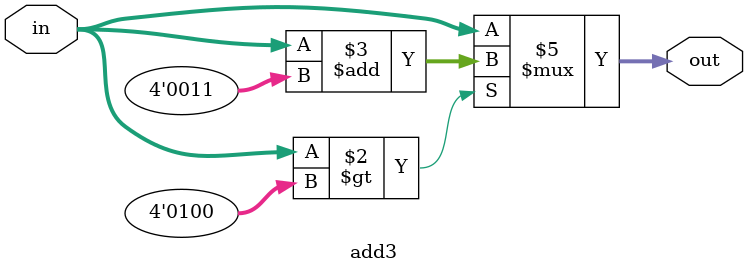
<source format=sv>
`timescale 1ns / 1ps

module add3(
    input [3:0] in,
    output reg [3:0] out
    );
    
    
    
    always@*
    begin
    if( in > 4'd4 )
        out = in + 4'd3;
    else
        out = in; 
    end
    
endmodule
</source>
